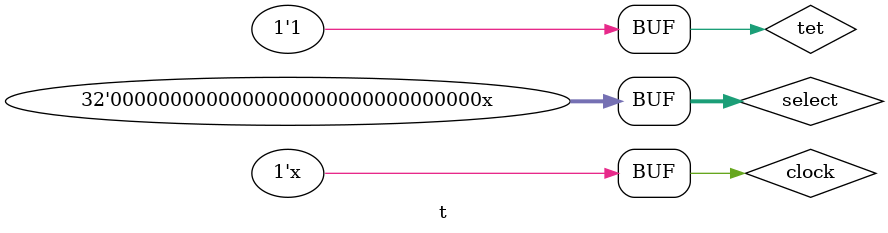
<source format=v>
module t;

    reg [31:0] ain,bin,select;
    reg clock,tet;
    wire [31:0] outtest;

    initial begin
        $dumpfile("im_test.vcd");  // vcd name   
        $dumpvars(0,t); // testbench module name
        ain=23;
        bin=34;
        select=0;
        clock=0;
        tet = 1;
    end

    always # 50 clock = ~clock;
    always @(posedge clock) begin
        #1 ain={$random}%100;
        #3 bin={$random}%2;
    end
    always # 10000  select=!select;

    IM IMtest(.addr(ain),.instr(outtest));

endmodule

</source>
